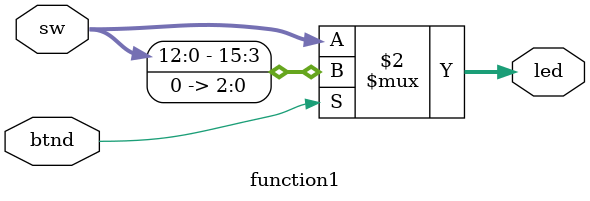
<source format=sv>
module function1 (
 output logic [15:0] led,
 input logic  btnd,
 input logic [15:0] sw
);
//Answer provided
// Code goes here
assign led = btnd ? sw << 3 : sw;

endmodule 

</source>
